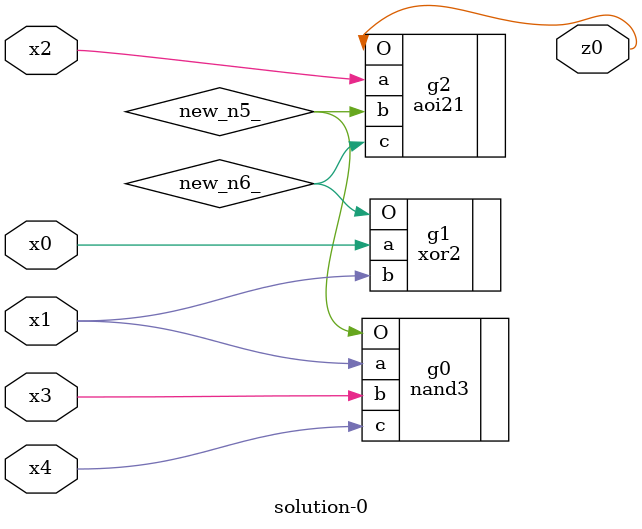
<source format=v>
module \solution-0 (
  x0, x1, x2, x3, x4,
  z0 );
  input x0, x1, x2, x3, x4;
  output z0;
  wire new_n5_, new_n6_;
  nand3  g0(.a(x1), .b(x3), .c(x4), .O(new_n5_));
  xor2  g1(.a(x0), .b(x1), .O(new_n6_));
  aoi21  g2(.a(x2), .b(new_n5_), .c(new_n6_), .O(z0));
endmodule

</source>
